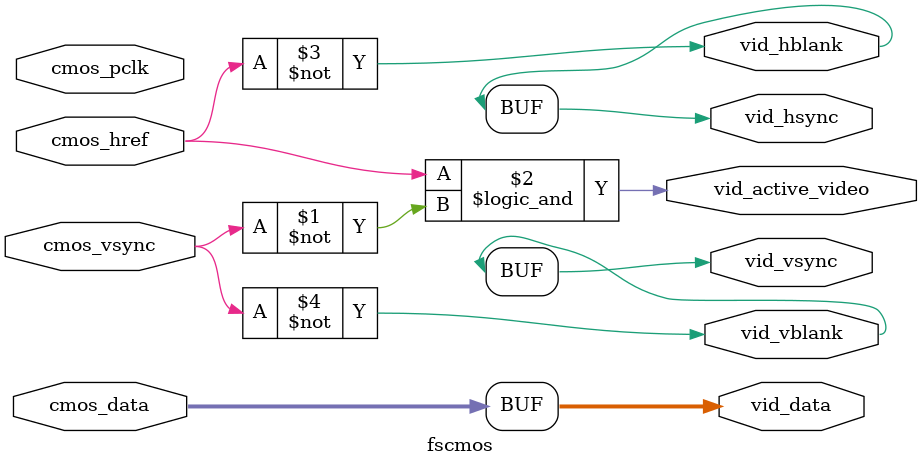
<source format=v>
module fscmos #
(
	parameter integer C_IN_WIDTH	= 8,
	parameter integer C_OUT_WIDTH	= 8
)
(
	input wire		cmos_pclk,
	input wire		cmos_vsync,
	input wire		cmos_href,
	input wire [C_IN_WIDTH-1:0]	cmos_data,
	output wire		vid_active_video,
	output wire[C_OUT_WIDTH-1:0]	vid_data,
	output wire		vid_hblank,
	output wire		vid_hsync,
	output wire		vid_vblank,
	output wire		vid_vsync
);
	assign vid_active_video= (cmos_href && ~cmos_vsync);
	assign vid_hblank = ~cmos_href;
	assign vid_hsync = vid_hblank;
	assign vid_vsync = vid_vblank;
	assign vid_vblank = ~cmos_vsync;
generate
if (C_IN_WIDTH < C_OUT_WIDTH) begin: in_lt_out
	assign vid_data = {cmos_data, {(C_OUT_WIDTH - C_IN_WIDTH){1'b0}}};
end
else begin: in_ge_out
	assign vid_data = cmos_data[C_IN_WIDTH-1:C_IN_WIDTH-C_OUT_WIDTH];
end
endgenerate
endmodule
</source>
